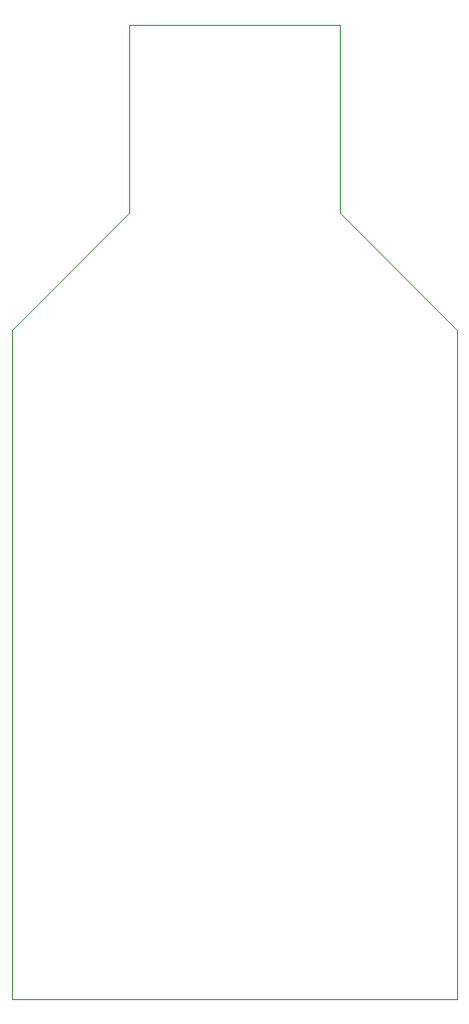
<source format=gbr>
%TF.GenerationSoftware,KiCad,Pcbnew,(5.1.6)-1*%
%TF.CreationDate,2020-07-04T17:27:32+02:00*%
%TF.ProjectId,MP0002 Instrumentation Amplifier,4d503030-3032-4204-996e-737472756d65,1.0*%
%TF.SameCoordinates,Original*%
%TF.FileFunction,Profile,NP*%
%FSLAX46Y46*%
G04 Gerber Fmt 4.6, Leading zero omitted, Abs format (unit mm)*
G04 Created by KiCad (PCBNEW (5.1.6)-1) date 2020-07-04 17:27:32*
%MOMM*%
%LPD*%
G01*
G04 APERTURE LIST*
%TA.AperFunction,Profile*%
%ADD10C,0.050000*%
%TD*%
G04 APERTURE END LIST*
D10*
X126890000Y-88790000D02*
X126890000Y-72790000D01*
X116890000Y-98790000D02*
X126890000Y-88790000D01*
X116890000Y-155790000D02*
X116890000Y-98790000D01*
X154890000Y-155790000D02*
X116890000Y-155790000D01*
X154890000Y-98790000D02*
X154890000Y-155790000D01*
X144890000Y-88790000D02*
X154890000Y-98790000D01*
X144890000Y-72790000D02*
X144890000Y-88790000D01*
X126890000Y-72790000D02*
X144890000Y-72790000D01*
M02*

</source>
